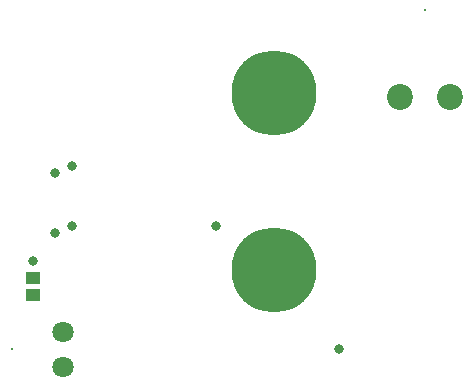
<source format=gbs>
G04 Layer_Color=16711935*
%FSLAX44Y44*%
%MOMM*%
G71*
G01*
G75*
%ADD35C,1.8000*%
%ADD36C,0.2000*%
%ADD37C,2.2000*%
%ADD38C,7.2000*%
%ADD39R,1.2000X1.0000*%
%ADD40C,0.8000*%
D35*
X91500Y87500D02*
D03*
Y57500D02*
D03*
D36*
X48500Y72500D02*
D03*
X398000Y359500D02*
D03*
D37*
X419000Y286000D02*
D03*
X377000D02*
D03*
D38*
X270000Y140000D02*
D03*
Y290000D02*
D03*
D39*
X65750Y119000D02*
D03*
Y133000D02*
D03*
D40*
X325000Y73000D02*
D03*
X220750Y176750D02*
D03*
X99250Y227750D02*
D03*
Y177000D02*
D03*
X84250Y222000D02*
D03*
Y171000D02*
D03*
X65750Y147000D02*
D03*
M02*

</source>
